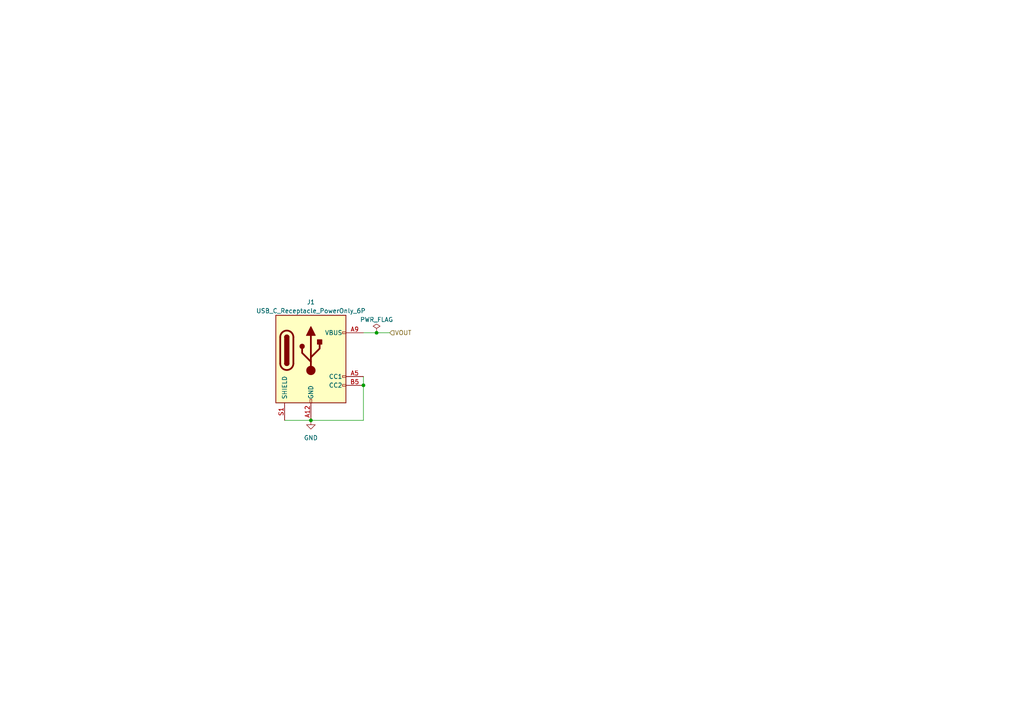
<source format=kicad_sch>
(kicad_sch (version 20230121) (generator eeschema)
  (paper "A4")
  (lib_symbols
    (symbol "Connector:USB_C_Receptacle_PowerOnly_6P" (pin_names (offset 1.016))
      (property "Reference" "J" (at 0 16.51 0))
      (property "Value" "USB_C_Receptacle_PowerOnly_6P" (at 0 13.97 0))
      (symbol "USB_C_Receptacle_PowerOnly_6P_0_0"
        (rectangle (start -0.254 -12.7) (end 0.254 -11.684))
        (rectangle (start 10.16 -7.366) (end 9.144 -7.874))
        (rectangle (start 10.16 -4.826) (end 9.144 -5.334))
        (rectangle (start 10.16 7.874) (end 9.144 7.366))
      )
      (symbol "USB_C_Receptacle_PowerOnly_6P_0_1"
        (rectangle (start -10.16 12.7) (end 10.16 -12.7) (stroke (width 0.254)) (fill (type background)))
        (arc (start -8.89 -1.27) (mid -6.985 -3.1667) (end -5.08 -1.27) (stroke (width 0.508)))
        (arc (start -7.62 -1.27) (mid -6.985 -1.9023) (end -6.35 -1.27) (stroke (width 0.254)))
        (arc (start -7.62 -1.27) (mid -6.985 -1.9023) (end -6.35 -1.27) (stroke (width 0.254)) (fill (type outline)))
        (rectangle (start -7.62 -1.27) (end -6.35 6.35) (stroke (width 0.254)) (fill (type outline)))
        (arc (start -6.35 6.35) (mid -6.985 6.9823) (end -7.62 6.35) (stroke (width 0.254)))
        (arc (start -6.35 6.35) (mid -6.985 6.9823) (end -7.62 6.35) (stroke (width 0.254)) (fill (type outline)))
        (arc (start -5.08 6.35) (mid -6.985 8.2467) (end -8.89 6.35) (stroke (width 0.508)))
        (circle (center -2.54 3.683) (radius 0.635) (stroke (width 0.254)) (fill (type outline)))
        (circle (center 0 -3.302) (radius 1.27) (fill (type outline)))
        (polyline (pts (xy -8.89 -1.27) (xy -8.89 6.35)) (stroke (width 0.508)))
        (polyline (pts (xy -5.08 6.35) (xy -5.08 -1.27)) (stroke (width 0.508)))
        (polyline (pts (xy 0 -3.302) (xy 0 6.858)) (stroke (width 0.508)))
        (polyline (pts (xy 0 -0.762) (xy -2.54 1.778) (xy -2.54 3.048)) (stroke (width 0.508)))
        (polyline (pts (xy 0 0.508) (xy 2.54 3.048) (xy 2.54 4.318)) (stroke (width 0.508)))
        (polyline (pts (xy -1.27 6.858) (xy 0 9.398) (xy 1.27 6.858) (xy -1.27 6.858)) (stroke (width 0.254)) (fill (type outline)))
        (rectangle (start 1.905 4.318) (end 3.175 5.588) (stroke (width 0.254)) (fill (type outline)))
      )
      (symbol "USB_C_Receptacle_PowerOnly_6P_1_1"
        (pin passive line (at 0 -17.78 90) (length 5.08) (name "GND") (number "A12"))
        (pin bidirectional line (at 15.24 -5.08 180) (length 5.08) (name "CC1") (number "A5"))
        (pin passive line (at 15.24 7.62 180) (length 5.08) (name "VBUS") (number "A9"))
        (pin passive line (at 0 -17.78 90) (length 5.08) hide (name "GND") (number "B12"))
        (pin bidirectional line (at 15.24 -7.62 180) (length 5.08) (name "CC2") (number "B5"))
        (pin passive line (at 15.24 7.62 180) (length 5.08) hide (name "VBUS") (number "B9"))
        (pin passive line (at -7.62 -17.78 90) (length 5.08) (name "SHIELD") (number "S1"))
      )
    )
    (symbol "power:GND" (power) (pin_names (offset 0))
      (property "Value" "GND" (at 0 -3.81 0))
      (symbol "GND_0_1"
        (polyline (pts (xy 0 0) (xy 0 -1.27) (xy 1.27 -1.27) (xy 0 -2.54) (xy -1.27 -1.27) (xy 0 -1.27)))
      )
      (symbol "GND_1_1"
        (pin power_in line (at 0 0 270) (length 0) hide (name "GND") (number "1"))
      )
    )
    (symbol "power:PWR_FLAG" (power) (pin_numbers hide) (pin_names (offset 0) hide)
      (property "Value" "PWR_FLAG" (at 0 3.81 0))
      (symbol "PWR_FLAG_0_0"
        (pin power_out line (at 0 0 90) (length 0) (name "pwr") (number "1"))
      )
      (symbol "PWR_FLAG_0_1"
        (polyline (pts (xy 0 0) (xy 0 1.27) (xy -1.016 1.905) (xy 0 2.54) (xy 1.016 1.905) (xy 0 1.27)))
      )
    )
  )
  (junction (at 109.22 96.52))
  (junction (at 105.41 111.76))
  (junction (at 90.17 121.92))
  (wire (pts (xy 113.03 96.52) (xy 109.22 96.52)))
  (wire (pts (xy 109.22 96.52) (xy 105.41 96.52)))
  (wire (pts (xy 105.41 109.22) (xy 105.41 111.76)))
  (wire (pts (xy 105.41 121.92) (xy 90.17 121.92)))
  (wire (pts (xy 82.55 121.92) (xy 90.17 121.92)))
  (wire (pts (xy 105.41 111.76) (xy 105.41 121.92)))
  (hierarchical_label "VOUT" (shape input) (at 113.03 96.52 0))
  (symbol (lib_id "Connector:USB_C_Receptacle_PowerOnly_6P") (at 90.17 104.14 0) (unit 1)
    (property "Reference" "J1" (at 90.17 87.63 0))
    (property "Value" "USB_C_Receptacle_PowerOnly_6P" (at 90.17 90.17 0))
    (property "Datasheet" "https://www.usb.org/sites/default/files/documents/usb_type-c.zip" (effects hide))
  )
  (symbol (lib_id "power:PWR_FLAG") (at 109.22 96.52 0) (unit 1)
    (property "Reference" "#FLG088" (effects hide))
    (property "Value" "PWR_FLAG" (at 109.22 92.71 0))
  )
  (symbol (lib_id "power:GND") (at 90.17 121.92 0) (unit 1)
    (property "Reference" "#PWR068" (effects hide))
    (property "Value" "GND" (at 90.17 127 0))
  )
)
</source>
